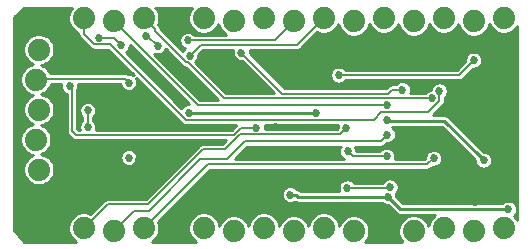
<source format=gbr>
%TF.GenerationSoftware,KiCad,Pcbnew,5.1.10*%
%TF.CreationDate,2021-05-04T23:01:40-04:00*%
%TF.ProjectId,NINA-W102_minimal_breakout,4e494e41-2d57-4313-9032-5f6d696e696d,0.5*%
%TF.SameCoordinates,Original*%
%TF.FileFunction,Copper,L2,Bot*%
%TF.FilePolarity,Positive*%
%FSLAX46Y46*%
G04 Gerber Fmt 4.6, Leading zero omitted, Abs format (unit mm)*
G04 Created by KiCad (PCBNEW 5.1.10) date 2021-05-04 23:01:40*
%MOMM*%
%LPD*%
G01*
G04 APERTURE LIST*
%TA.AperFunction,ComponentPad*%
%ADD10C,1.879600*%
%TD*%
%TA.AperFunction,ViaPad*%
%ADD11C,0.685800*%
%TD*%
%TA.AperFunction,Conductor*%
%ADD12C,0.254000*%
%TD*%
%TA.AperFunction,Conductor*%
%ADD13C,0.152400*%
%TD*%
%TA.AperFunction,Conductor*%
%ADD14C,0.100000*%
%TD*%
G04 APERTURE END LIST*
D10*
%TO.P,J3,DTR*%
%TO.N,DTR*%
X106680000Y-100076000D03*
%TO.P,J3,TXO*%
%TO.N,TXD*%
X106430000Y-102616000D03*
%TO.P,J3,RXI*%
%TO.N,RXD*%
X106680000Y-105156000D03*
%TO.P,J3,VCC*%
%TO.N,+3V3*%
X106430000Y-107696000D03*
%TO.P,J3,CTS*%
%TO.N,CTS*%
X106680000Y-110236000D03*
%TO.P,J3,GND*%
%TO.N,GND*%
X106430000Y-112776000D03*
%TD*%
%TO.P,J2,1*%
%TO.N,Net-(J2-Pad1)*%
X110490000Y-97409000D03*
%TO.P,J2,2*%
%TO.N,CTS*%
X113030000Y-97663000D03*
%TO.P,J2,3*%
%TO.N,Net-(J2-Pad3)*%
X115570000Y-97409000D03*
%TO.P,J2,4*%
%TO.N,GND*%
X118110000Y-97663000D03*
%TO.P,J2,5*%
%TO.N,Net-(J2-Pad5)*%
X120650000Y-97409000D03*
%TO.P,J2,6*%
%TO.N,Net-(J2-Pad6)*%
X123190000Y-97663000D03*
%TO.P,J2,7*%
%TO.N,Net-(J2-Pad7)*%
X125730000Y-97409000D03*
%TO.P,J2,8*%
%TO.N,RXD*%
X128270000Y-97663000D03*
%TO.P,J2,9*%
%TO.N,TXD*%
X130810000Y-97409000D03*
%TO.P,J2,10*%
%TO.N,Net-(J2-Pad10)*%
X133350000Y-97663000D03*
%TO.P,J2,11*%
%TO.N,Net-(J2-Pad11)*%
X135890000Y-97409000D03*
%TO.P,J2,12*%
%TO.N,DTR*%
X138430000Y-97663000D03*
%TO.P,J2,13*%
%TO.N,Net-(J2-Pad13)*%
X140970000Y-97409000D03*
%TO.P,J2,14*%
%TO.N,Net-(J2-Pad14)*%
X143510000Y-97663000D03*
%TO.P,J2,15*%
%TO.N,Net-(J2-Pad15)*%
X146050000Y-97409000D03*
%TD*%
%TO.P,J1,1*%
%TO.N,Net-(J1-Pad1)*%
X110490000Y-115189000D03*
%TO.P,J1,2*%
%TO.N,Net-(J1-Pad2)*%
X113030000Y-115443000D03*
%TO.P,J1,3*%
%TO.N,Net-(J1-Pad3)*%
X115570000Y-115189000D03*
%TO.P,J1,4*%
%TO.N,GND*%
X118110000Y-115443000D03*
%TO.P,J1,5*%
%TO.N,Net-(J1-Pad5)*%
X120650000Y-115189000D03*
%TO.P,J1,6*%
%TO.N,Net-(J1-Pad6)*%
X123190000Y-115443000D03*
%TO.P,J1,7*%
%TO.N,Net-(J1-Pad7)*%
X125730000Y-115189000D03*
%TO.P,J1,8*%
%TO.N,Net-(J1-Pad8)*%
X128270000Y-115443000D03*
%TO.P,J1,9*%
%TO.N,Net-(J1-Pad9)*%
X130810000Y-115189000D03*
%TO.P,J1,10*%
%TO.N,Net-(J1-Pad10)*%
X133350000Y-115443000D03*
%TO.P,J1,11*%
%TO.N,GND*%
X135890000Y-115189000D03*
%TO.P,J1,12*%
%TO.N,Net-(J1-Pad12)*%
X138430000Y-115443000D03*
%TO.P,J1,13*%
%TO.N,Net-(J1-Pad13)*%
X140970000Y-115189000D03*
%TO.P,J1,14*%
%TO.N,+1V8*%
X143510000Y-115443000D03*
%TO.P,J1,15*%
%TO.N,+3V3*%
X146050000Y-115189000D03*
%TD*%
D11*
%TO.N,*%
X114300000Y-109220000D03*
%TO.N,+3V3*%
X136242745Y-112534656D03*
X127959193Y-112359510D03*
X146445016Y-113580174D03*
%TO.N,GND*%
X129667000Y-101930200D03*
X127050800Y-101981000D03*
X123190000Y-102006400D03*
X141732000Y-109270800D03*
X144881600Y-103962200D03*
X144856200Y-105430000D03*
X131861540Y-108813600D03*
X128295400Y-110871000D03*
X123825000Y-111353600D03*
X109321600Y-98856800D03*
X112420400Y-106578400D03*
X114452400Y-106578400D03*
X116205000Y-111125000D03*
X113665000Y-111288369D03*
X112395000Y-111288369D03*
X108585000Y-114935000D03*
X142341600Y-99593400D03*
X144830800Y-99923600D03*
X143611600Y-112953800D03*
X107594400Y-103784400D03*
X110794800Y-101523800D03*
X126746000Y-106654600D03*
X144780000Y-108102400D03*
X144830800Y-106476800D03*
X124079000Y-108940600D03*
X140385800Y-112445800D03*
X114554000Y-100203000D03*
X118414800Y-101625400D03*
X109397800Y-109194600D03*
X110157864Y-111288369D03*
X114528600Y-105308400D03*
X116738400Y-106578400D03*
X142528598Y-103692297D03*
X136110661Y-103083229D03*
%TO.N,CTS*%
X110829219Y-105211739D03*
X110828705Y-106635679D03*
X136182661Y-104780596D03*
%TO.N,DTR*%
X109296128Y-103157433D03*
X125095000Y-106680000D03*
X132080000Y-102235000D03*
X143510000Y-100965000D03*
%TO.N,Net-(J1-Pad1)*%
X132715000Y-106680000D03*
%TO.N,Net-(J1-Pad2)*%
X136189038Y-107273330D03*
%TO.N,Net-(J1-Pad3)*%
X140131787Y-109268194D03*
%TO.N,Net-(J1-Pad5)*%
X136121794Y-109098467D03*
X132836230Y-108685336D03*
%TO.N,Net-(J1-Pad6)*%
X136415584Y-111714458D03*
X132781099Y-111792621D03*
%TO.N,Net-(J2-Pad1)*%
X140581396Y-103574427D03*
%TO.N,Net-(J2-Pad3)*%
X139967567Y-104208354D03*
%TO.N,Net-(J2-Pad5)*%
X137460221Y-103470702D03*
X123825000Y-100330000D03*
%TO.N,RXD*%
X115761726Y-98909403D03*
X119303128Y-99292195D03*
X116736413Y-99769150D03*
X111760000Y-99060000D03*
X113665000Y-99695000D03*
%TO.N,TXD*%
X119452207Y-100596021D03*
X114300000Y-102870000D03*
%TO.N,+1V8*%
X144340777Y-109436940D03*
X136153972Y-106074777D03*
X130175000Y-105410000D03*
X119380000Y-105410000D03*
%TD*%
D12*
%TO.N,+3V3*%
X136585644Y-112877555D02*
X136242745Y-112534656D01*
X137299473Y-113591384D02*
X136585644Y-112877555D01*
X135757812Y-112534656D02*
X136242745Y-112534656D01*
X128619272Y-112534656D02*
X135757812Y-112534656D01*
X127959193Y-112359510D02*
X128444126Y-112359510D01*
X128444126Y-112359510D02*
X128619272Y-112534656D01*
X146439427Y-113591384D02*
X137299473Y-113591384D01*
D13*
%TO.N,GND*%
X124079000Y-108940600D02*
X131734540Y-108940600D01*
X131734540Y-108940600D02*
X131861540Y-108813600D01*
X123825000Y-111353600D02*
X124307600Y-110871000D01*
X124307600Y-110871000D02*
X128295400Y-110871000D01*
X114452400Y-106578400D02*
X112420400Y-106578400D01*
X116205000Y-111125000D02*
X114935000Y-109855000D01*
X114935000Y-109855000D02*
X114935000Y-109220000D01*
X144830800Y-99923600D02*
X142671800Y-99923600D01*
X142671800Y-99923600D02*
X142341600Y-99593400D01*
X144729200Y-103352600D02*
X144830800Y-103251000D01*
X144830800Y-103251000D02*
X144830800Y-99923600D01*
X143353228Y-103352600D02*
X144729200Y-103352600D01*
X142528598Y-103692297D02*
X143013531Y-103692297D01*
X143013531Y-103692297D02*
X143353228Y-103352600D01*
X142528598Y-103692297D02*
X142871497Y-103349398D01*
X142871497Y-103349398D02*
X144148202Y-103349398D01*
X143459200Y-112445800D02*
X143459200Y-112801400D01*
X143459200Y-112801400D02*
X143611600Y-112953800D01*
X140385800Y-112445800D02*
X143459200Y-112445800D01*
X108432600Y-104368600D02*
X107848400Y-103784400D01*
X107848400Y-103784400D02*
X107594400Y-103784400D01*
X108432600Y-107744467D02*
X108432600Y-104368600D01*
X109397800Y-109194600D02*
X109397800Y-108709667D01*
X109397800Y-108709667D02*
X108432600Y-107744467D01*
X109397800Y-109194600D02*
X109397800Y-108178600D01*
X104978200Y-98552000D02*
X107823000Y-98552000D01*
X107823000Y-98552000D02*
X110794800Y-101523800D01*
X104952800Y-98577400D02*
X104978200Y-98552000D01*
X104952800Y-111298800D02*
X104952800Y-98577400D01*
X106430000Y-112776000D02*
X104952800Y-111298800D01*
X144830800Y-106476800D02*
X144830800Y-108051600D01*
X144830800Y-108051600D02*
X144780000Y-108102400D01*
X109478000Y-109728000D02*
X109478000Y-109274800D01*
X109478000Y-109274800D02*
X109397800Y-109194600D01*
X106430000Y-112776000D02*
X109478000Y-109728000D01*
X116738400Y-106578400D02*
X115468400Y-105308400D01*
X115468400Y-105308400D02*
X114528600Y-105308400D01*
D12*
X136110661Y-103083229D02*
X136453560Y-102740330D01*
X136453560Y-102740330D02*
X141573282Y-102740330D01*
X141573282Y-102740330D02*
X142549373Y-103716421D01*
D13*
%TO.N,CTS*%
X110828705Y-105212253D02*
X110829219Y-105211739D01*
X110828705Y-106635679D02*
X110828705Y-105212253D01*
X120147596Y-104780596D02*
X135697728Y-104780596D01*
X135697728Y-104780596D02*
X136182661Y-104780596D01*
X113030000Y-97663000D02*
X120147596Y-104780596D01*
%TO.N,DTR*%
X125095000Y-106680000D02*
X123825000Y-106680000D01*
X123825000Y-106680000D02*
X123190000Y-107315000D01*
X123190000Y-107315000D02*
X109855000Y-107315000D01*
X109855000Y-107315000D02*
X109492531Y-106952531D01*
X109492531Y-106952531D02*
X109492531Y-103374403D01*
X109492531Y-103374403D02*
X109294968Y-103176840D01*
X143510000Y-100965000D02*
X142240000Y-102235000D01*
X142240000Y-102235000D02*
X132080000Y-102235000D01*
%TO.N,Net-(J1-Pad1)*%
X110490000Y-115189000D02*
X112522000Y-113157000D01*
X112522000Y-113157000D02*
X115951000Y-113157000D01*
X120592977Y-108515023D02*
X122421043Y-108515023D01*
X115951000Y-113157000D02*
X120592977Y-108515023D01*
X122421043Y-108515023D02*
X123684565Y-107251501D01*
X123684565Y-107251501D02*
X132143499Y-107251501D01*
X132143499Y-107251501D02*
X132715000Y-106680000D01*
%TO.N,Net-(J1-Pad2)*%
X135626192Y-107836176D02*
X124142024Y-107836176D01*
X124142024Y-107836176D02*
X122605800Y-109372400D01*
X136189038Y-107273330D02*
X135626192Y-107836176D01*
X122605800Y-109372400D02*
X120345200Y-109372400D01*
X120345200Y-109372400D02*
X116001800Y-113715800D01*
X116001800Y-113715800D02*
X114757200Y-113715800D01*
X114757200Y-113715800D02*
X113030000Y-115443000D01*
%TO.N,Net-(J1-Pad3)*%
X115570000Y-115189000D02*
X120976533Y-109782467D01*
X120976533Y-109782467D02*
X139582802Y-109782467D01*
X139582802Y-109782467D02*
X140109013Y-109256256D01*
%TO.N,Net-(J1-Pad5)*%
X135636861Y-109098467D02*
X136121794Y-109098467D01*
X133318618Y-109098467D02*
X135636861Y-109098467D01*
X132866342Y-108646191D02*
X133318618Y-109098467D01*
%TO.N,Net-(J1-Pad6)*%
X136337421Y-111792621D02*
X136415584Y-111714458D01*
X132781099Y-111792621D02*
X136337421Y-111792621D01*
%TO.N,Net-(J2-Pad1)*%
X139593081Y-105401285D02*
X140581396Y-104412970D01*
X119126000Y-106045000D02*
X135030971Y-106045000D01*
X112712502Y-99631502D02*
X119126000Y-106045000D01*
X111383425Y-99631502D02*
X112712502Y-99631502D01*
X110490000Y-97409000D02*
X110490000Y-98738077D01*
X135030971Y-106045000D02*
X135674686Y-105401285D01*
X140581396Y-104059360D02*
X140581396Y-103574427D01*
X110490000Y-98738077D02*
X111383425Y-99631502D01*
X140581396Y-104412970D02*
X140581396Y-104059360D01*
X135674686Y-105401285D02*
X139593081Y-105401285D01*
%TO.N,Net-(J2-Pad3)*%
X119315365Y-101154365D02*
X122369354Y-104208354D01*
X116509799Y-98485523D02*
X119178641Y-101154365D01*
X139482634Y-104208354D02*
X139967567Y-104208354D01*
X115570000Y-97409000D02*
X116509799Y-98348799D01*
X119178641Y-101154365D02*
X119315365Y-101154365D01*
X122369354Y-104208354D02*
X139482634Y-104208354D01*
X116509799Y-98348799D02*
X116509799Y-98485523D01*
%TO.N,Net-(J2-Pad5)*%
X123825000Y-100330000D02*
X127308601Y-103813601D01*
X127308601Y-103813601D02*
X136263949Y-103813601D01*
X136606848Y-103470702D02*
X137460221Y-103470702D01*
X136263949Y-103813601D02*
X136606848Y-103470702D01*
%TO.N,RXD*%
X115876666Y-98909403D02*
X115761726Y-98909403D01*
X116736413Y-99769150D02*
X115876666Y-98909403D01*
X119788061Y-99292195D02*
X119303128Y-99292195D01*
X128270000Y-97663000D02*
X126640805Y-99292195D01*
X126640805Y-99292195D02*
X119788061Y-99292195D01*
X113665000Y-99695000D02*
X113030000Y-99060000D01*
X113030000Y-99060000D02*
X111760000Y-99060000D01*
%TO.N,TXD*%
X114300000Y-102870000D02*
X113957101Y-102527101D01*
X113957101Y-102527101D02*
X106496729Y-102527101D01*
X106496729Y-102527101D02*
X106417661Y-102606169D01*
X128549395Y-99669605D02*
X120378623Y-99669605D01*
X119795106Y-100253122D02*
X119452207Y-100596021D01*
X130810000Y-97409000D02*
X128549395Y-99669605D01*
X120378623Y-99669605D02*
X119795106Y-100253122D01*
D12*
%TO.N,+1V8*%
X143997878Y-109094041D02*
X144340777Y-109436940D01*
X140993691Y-106089854D02*
X143997878Y-109094041D01*
X136183433Y-106089854D02*
X140993691Y-106089854D01*
X119380000Y-105410000D02*
X130175000Y-105410000D01*
%TD*%
%TO.N,GND*%
X144879522Y-98034634D02*
X145024067Y-98250961D01*
X145208039Y-98434933D01*
X145424366Y-98579478D01*
X145664737Y-98679043D01*
X145919913Y-98729800D01*
X146180087Y-98729800D01*
X146435263Y-98679043D01*
X146675634Y-98579478D01*
X146891961Y-98434933D01*
X147075933Y-98250961D01*
X147193000Y-98075758D01*
X147193000Y-114522242D01*
X147075933Y-114347039D01*
X146891961Y-114163067D01*
X146883801Y-114157615D01*
X146906476Y-114142464D01*
X147007306Y-114041634D01*
X147086528Y-113923069D01*
X147141097Y-113791328D01*
X147168916Y-113651472D01*
X147168916Y-113508876D01*
X147141097Y-113369020D01*
X147086528Y-113237279D01*
X147007306Y-113118714D01*
X146906476Y-113017884D01*
X146787911Y-112938662D01*
X146656170Y-112884093D01*
X146516314Y-112856274D01*
X146373718Y-112856274D01*
X146233862Y-112884093D01*
X146102121Y-112938662D01*
X145983556Y-113017884D01*
X145918056Y-113083384D01*
X137509893Y-113083384D01*
X136966645Y-112540136D01*
X136966645Y-112463358D01*
X136938826Y-112323502D01*
X136907037Y-112246755D01*
X136977874Y-112175918D01*
X137057096Y-112057353D01*
X137111665Y-111925612D01*
X137139484Y-111785756D01*
X137139484Y-111643160D01*
X137111665Y-111503304D01*
X137057096Y-111371563D01*
X136977874Y-111252998D01*
X136877044Y-111152168D01*
X136758479Y-111072946D01*
X136626738Y-111018377D01*
X136486882Y-110990558D01*
X136344286Y-110990558D01*
X136204430Y-111018377D01*
X136072689Y-111072946D01*
X135954124Y-111152168D01*
X135853294Y-111252998D01*
X135798221Y-111335421D01*
X133346235Y-111335421D01*
X133343389Y-111331161D01*
X133242559Y-111230331D01*
X133123994Y-111151109D01*
X132992253Y-111096540D01*
X132852397Y-111068721D01*
X132709801Y-111068721D01*
X132569945Y-111096540D01*
X132438204Y-111151109D01*
X132319639Y-111230331D01*
X132218809Y-111331161D01*
X132139587Y-111449726D01*
X132085018Y-111581467D01*
X132057199Y-111721323D01*
X132057199Y-111863919D01*
X132085018Y-112003775D01*
X132094496Y-112026656D01*
X128829692Y-112026656D01*
X128820982Y-112017946D01*
X128805074Y-111998562D01*
X128727721Y-111935081D01*
X128639469Y-111887909D01*
X128543711Y-111858861D01*
X128475584Y-111852151D01*
X128420653Y-111797220D01*
X128302088Y-111717998D01*
X128170347Y-111663429D01*
X128030491Y-111635610D01*
X127887895Y-111635610D01*
X127748039Y-111663429D01*
X127616298Y-111717998D01*
X127497733Y-111797220D01*
X127396903Y-111898050D01*
X127317681Y-112016615D01*
X127263112Y-112148356D01*
X127235293Y-112288212D01*
X127235293Y-112430808D01*
X127263112Y-112570664D01*
X127317681Y-112702405D01*
X127396903Y-112820970D01*
X127497733Y-112921800D01*
X127616298Y-113001022D01*
X127748039Y-113055591D01*
X127887895Y-113083410D01*
X128030491Y-113083410D01*
X128170347Y-113055591D01*
X128302088Y-113001022D01*
X128351885Y-112967749D01*
X128423929Y-113006257D01*
X128519687Y-113035305D01*
X128594325Y-113042656D01*
X128594328Y-113042656D01*
X128619272Y-113045113D01*
X128644216Y-113042656D01*
X135726995Y-113042656D01*
X135781285Y-113096946D01*
X135899850Y-113176168D01*
X136031591Y-113230737D01*
X136171447Y-113258556D01*
X136248225Y-113258556D01*
X136922618Y-113932949D01*
X136938525Y-113952332D01*
X137015878Y-114015813D01*
X137104130Y-114062985D01*
X137199888Y-114092033D01*
X137274526Y-114099384D01*
X137274529Y-114099384D01*
X137299473Y-114101841D01*
X137324417Y-114099384D01*
X140223347Y-114099384D01*
X140128039Y-114163067D01*
X139944067Y-114347039D01*
X139799522Y-114563366D01*
X139699957Y-114803737D01*
X139665853Y-114975194D01*
X139600478Y-114817366D01*
X139455933Y-114601039D01*
X139271961Y-114417067D01*
X139055634Y-114272522D01*
X138815263Y-114172957D01*
X138560087Y-114122200D01*
X138299913Y-114122200D01*
X138044737Y-114172957D01*
X137804366Y-114272522D01*
X137588039Y-114417067D01*
X137404067Y-114601039D01*
X137259522Y-114817366D01*
X137159957Y-115057737D01*
X137109200Y-115312913D01*
X137109200Y-115573087D01*
X137159957Y-115828263D01*
X137259522Y-116068634D01*
X137404067Y-116284961D01*
X137452306Y-116333200D01*
X134327694Y-116333200D01*
X134375933Y-116284961D01*
X134520478Y-116068634D01*
X134620043Y-115828263D01*
X134670800Y-115573087D01*
X134670800Y-115312913D01*
X134620043Y-115057737D01*
X134520478Y-114817366D01*
X134375933Y-114601039D01*
X134191961Y-114417067D01*
X133975634Y-114272522D01*
X133735263Y-114172957D01*
X133480087Y-114122200D01*
X133219913Y-114122200D01*
X132964737Y-114172957D01*
X132724366Y-114272522D01*
X132508039Y-114417067D01*
X132324067Y-114601039D01*
X132179522Y-114817366D01*
X132114147Y-114975194D01*
X132080043Y-114803737D01*
X131980478Y-114563366D01*
X131835933Y-114347039D01*
X131651961Y-114163067D01*
X131435634Y-114018522D01*
X131195263Y-113918957D01*
X130940087Y-113868200D01*
X130679913Y-113868200D01*
X130424737Y-113918957D01*
X130184366Y-114018522D01*
X129968039Y-114163067D01*
X129784067Y-114347039D01*
X129639522Y-114563366D01*
X129539957Y-114803737D01*
X129505853Y-114975194D01*
X129440478Y-114817366D01*
X129295933Y-114601039D01*
X129111961Y-114417067D01*
X128895634Y-114272522D01*
X128655263Y-114172957D01*
X128400087Y-114122200D01*
X128139913Y-114122200D01*
X127884737Y-114172957D01*
X127644366Y-114272522D01*
X127428039Y-114417067D01*
X127244067Y-114601039D01*
X127099522Y-114817366D01*
X127034147Y-114975194D01*
X127000043Y-114803737D01*
X126900478Y-114563366D01*
X126755933Y-114347039D01*
X126571961Y-114163067D01*
X126355634Y-114018522D01*
X126115263Y-113918957D01*
X125860087Y-113868200D01*
X125599913Y-113868200D01*
X125344737Y-113918957D01*
X125104366Y-114018522D01*
X124888039Y-114163067D01*
X124704067Y-114347039D01*
X124559522Y-114563366D01*
X124459957Y-114803737D01*
X124425853Y-114975194D01*
X124360478Y-114817366D01*
X124215933Y-114601039D01*
X124031961Y-114417067D01*
X123815634Y-114272522D01*
X123575263Y-114172957D01*
X123320087Y-114122200D01*
X123059913Y-114122200D01*
X122804737Y-114172957D01*
X122564366Y-114272522D01*
X122348039Y-114417067D01*
X122164067Y-114601039D01*
X122019522Y-114817366D01*
X121954147Y-114975194D01*
X121920043Y-114803737D01*
X121820478Y-114563366D01*
X121675933Y-114347039D01*
X121491961Y-114163067D01*
X121275634Y-114018522D01*
X121035263Y-113918957D01*
X120780087Y-113868200D01*
X120519913Y-113868200D01*
X120264737Y-113918957D01*
X120024366Y-114018522D01*
X119808039Y-114163067D01*
X119624067Y-114347039D01*
X119479522Y-114563366D01*
X119379957Y-114803737D01*
X119329200Y-115058913D01*
X119329200Y-115319087D01*
X119379957Y-115574263D01*
X119479522Y-115814634D01*
X119624067Y-116030961D01*
X119808039Y-116214933D01*
X119985038Y-116333200D01*
X116234962Y-116333200D01*
X116411961Y-116214933D01*
X116595933Y-116030961D01*
X116740478Y-115814634D01*
X116840043Y-115574263D01*
X116890800Y-115319087D01*
X116890800Y-115058913D01*
X116840043Y-114803737D01*
X116770275Y-114635302D01*
X121165911Y-110239667D01*
X139560352Y-110239667D01*
X139582802Y-110241878D01*
X139605252Y-110239667D01*
X139605262Y-110239667D01*
X139672429Y-110233052D01*
X139758611Y-110206908D01*
X139838038Y-110164454D01*
X139907655Y-110107320D01*
X139921976Y-110089870D01*
X140026511Y-109985335D01*
X140060489Y-109992094D01*
X140203085Y-109992094D01*
X140342941Y-109964275D01*
X140474682Y-109909706D01*
X140593247Y-109830484D01*
X140694077Y-109729654D01*
X140773299Y-109611089D01*
X140827868Y-109479348D01*
X140855687Y-109339492D01*
X140855687Y-109196896D01*
X140827868Y-109057040D01*
X140773299Y-108925299D01*
X140694077Y-108806734D01*
X140593247Y-108705904D01*
X140474682Y-108626682D01*
X140342941Y-108572113D01*
X140203085Y-108544294D01*
X140060489Y-108544294D01*
X139920633Y-108572113D01*
X139788892Y-108626682D01*
X139670327Y-108705904D01*
X139569497Y-108806734D01*
X139490275Y-108925299D01*
X139435706Y-109057040D01*
X139407887Y-109196896D01*
X139407887Y-109310804D01*
X139393424Y-109325267D01*
X136811394Y-109325267D01*
X136817875Y-109309621D01*
X136845694Y-109169765D01*
X136845694Y-109027169D01*
X136817875Y-108887313D01*
X136763306Y-108755572D01*
X136684084Y-108637007D01*
X136583254Y-108536177D01*
X136464689Y-108456955D01*
X136332948Y-108402386D01*
X136193092Y-108374567D01*
X136050496Y-108374567D01*
X135910640Y-108402386D01*
X135778899Y-108456955D01*
X135660334Y-108536177D01*
X135559504Y-108637007D01*
X135556658Y-108641267D01*
X133560130Y-108641267D01*
X133560130Y-108614038D01*
X133532311Y-108474182D01*
X133477742Y-108342441D01*
X133444958Y-108293376D01*
X135603742Y-108293376D01*
X135626192Y-108295587D01*
X135648642Y-108293376D01*
X135648652Y-108293376D01*
X135715819Y-108286761D01*
X135802001Y-108260617D01*
X135881428Y-108218163D01*
X135951045Y-108161029D01*
X135965366Y-108143579D01*
X136112715Y-107996230D01*
X136117740Y-107997230D01*
X136260336Y-107997230D01*
X136400192Y-107969411D01*
X136531933Y-107914842D01*
X136650498Y-107835620D01*
X136751328Y-107734790D01*
X136830550Y-107616225D01*
X136885119Y-107484484D01*
X136912938Y-107344628D01*
X136912938Y-107202032D01*
X136885119Y-107062176D01*
X136830550Y-106930435D01*
X136751328Y-106811870D01*
X136650498Y-106711040D01*
X136577610Y-106662338D01*
X136615432Y-106637067D01*
X136654645Y-106597854D01*
X140783271Y-106597854D01*
X143616877Y-109431461D01*
X143616877Y-109508238D01*
X143644696Y-109648094D01*
X143699265Y-109779835D01*
X143778487Y-109898400D01*
X143879317Y-109999230D01*
X143997882Y-110078452D01*
X144129623Y-110133021D01*
X144269479Y-110160840D01*
X144412075Y-110160840D01*
X144551931Y-110133021D01*
X144683672Y-110078452D01*
X144802237Y-109999230D01*
X144903067Y-109898400D01*
X144982289Y-109779835D01*
X145036858Y-109648094D01*
X145064677Y-109508238D01*
X145064677Y-109365642D01*
X145036858Y-109225786D01*
X144982289Y-109094045D01*
X144903067Y-108975480D01*
X144802237Y-108874650D01*
X144683672Y-108795428D01*
X144551931Y-108740859D01*
X144412075Y-108713040D01*
X144335298Y-108713040D01*
X141370546Y-105748289D01*
X141354639Y-105728906D01*
X141277286Y-105665425D01*
X141189034Y-105618253D01*
X141093276Y-105589205D01*
X141018638Y-105581854D01*
X141018635Y-105581854D01*
X140993691Y-105579397D01*
X140968747Y-105581854D01*
X140059089Y-105581854D01*
X140888805Y-104752139D01*
X140906249Y-104737823D01*
X140948698Y-104686100D01*
X140963383Y-104668207D01*
X140986074Y-104625753D01*
X141005837Y-104588779D01*
X141031981Y-104502597D01*
X141038596Y-104435430D01*
X141038596Y-104435421D01*
X141040807Y-104412971D01*
X141038596Y-104390521D01*
X141038596Y-104139563D01*
X141042856Y-104136717D01*
X141143686Y-104035887D01*
X141222908Y-103917322D01*
X141277477Y-103785581D01*
X141305296Y-103645725D01*
X141305296Y-103503129D01*
X141277477Y-103363273D01*
X141222908Y-103231532D01*
X141143686Y-103112967D01*
X141042856Y-103012137D01*
X140924291Y-102932915D01*
X140792550Y-102878346D01*
X140652694Y-102850527D01*
X140510098Y-102850527D01*
X140370242Y-102878346D01*
X140238501Y-102932915D01*
X140119936Y-103012137D01*
X140019106Y-103112967D01*
X139939884Y-103231532D01*
X139885315Y-103363273D01*
X139859766Y-103491715D01*
X139756413Y-103512273D01*
X139624672Y-103566842D01*
X139506107Y-103646064D01*
X139405277Y-103746894D01*
X139402431Y-103751154D01*
X138127598Y-103751154D01*
X138156302Y-103681856D01*
X138184121Y-103542000D01*
X138184121Y-103399404D01*
X138156302Y-103259548D01*
X138101733Y-103127807D01*
X138022511Y-103009242D01*
X137921681Y-102908412D01*
X137803116Y-102829190D01*
X137671375Y-102774621D01*
X137531519Y-102746802D01*
X137388923Y-102746802D01*
X137249067Y-102774621D01*
X137117326Y-102829190D01*
X136998761Y-102908412D01*
X136897931Y-103009242D01*
X136895085Y-103013502D01*
X136629297Y-103013502D01*
X136606847Y-103011291D01*
X136584397Y-103013502D01*
X136584388Y-103013502D01*
X136517221Y-103020117D01*
X136431039Y-103046261D01*
X136424886Y-103049550D01*
X136351611Y-103088715D01*
X136308810Y-103123842D01*
X136281995Y-103145849D01*
X136267678Y-103163294D01*
X136074572Y-103356401D01*
X127497979Y-103356401D01*
X126305280Y-102163702D01*
X131356100Y-102163702D01*
X131356100Y-102306298D01*
X131383919Y-102446154D01*
X131438488Y-102577895D01*
X131517710Y-102696460D01*
X131618540Y-102797290D01*
X131737105Y-102876512D01*
X131868846Y-102931081D01*
X132008702Y-102958900D01*
X132151298Y-102958900D01*
X132291154Y-102931081D01*
X132422895Y-102876512D01*
X132541460Y-102797290D01*
X132642290Y-102696460D01*
X132645136Y-102692200D01*
X142217550Y-102692200D01*
X142240000Y-102694411D01*
X142262450Y-102692200D01*
X142262460Y-102692200D01*
X142329627Y-102685585D01*
X142415809Y-102659441D01*
X142495236Y-102616987D01*
X142564853Y-102559853D01*
X142579174Y-102542403D01*
X143433677Y-101687901D01*
X143438702Y-101688900D01*
X143581298Y-101688900D01*
X143721154Y-101661081D01*
X143852895Y-101606512D01*
X143971460Y-101527290D01*
X144072290Y-101426460D01*
X144151512Y-101307895D01*
X144206081Y-101176154D01*
X144233900Y-101036298D01*
X144233900Y-100893702D01*
X144206081Y-100753846D01*
X144151512Y-100622105D01*
X144072290Y-100503540D01*
X143971460Y-100402710D01*
X143852895Y-100323488D01*
X143721154Y-100268919D01*
X143581298Y-100241100D01*
X143438702Y-100241100D01*
X143298846Y-100268919D01*
X143167105Y-100323488D01*
X143048540Y-100402710D01*
X142947710Y-100503540D01*
X142868488Y-100622105D01*
X142813919Y-100753846D01*
X142786100Y-100893702D01*
X142786100Y-101036298D01*
X142787099Y-101041323D01*
X142050623Y-101777800D01*
X132645136Y-101777800D01*
X132642290Y-101773540D01*
X132541460Y-101672710D01*
X132422895Y-101593488D01*
X132291154Y-101538919D01*
X132151298Y-101511100D01*
X132008702Y-101511100D01*
X131868846Y-101538919D01*
X131737105Y-101593488D01*
X131618540Y-101672710D01*
X131517710Y-101773540D01*
X131438488Y-101892105D01*
X131383919Y-102023846D01*
X131356100Y-102163702D01*
X126305280Y-102163702D01*
X124547900Y-100406323D01*
X124548900Y-100401298D01*
X124548900Y-100258702D01*
X124522664Y-100126805D01*
X128526945Y-100126805D01*
X128549395Y-100129016D01*
X128571845Y-100126805D01*
X128571855Y-100126805D01*
X128639022Y-100120190D01*
X128725204Y-100094046D01*
X128804631Y-100051592D01*
X128874248Y-99994458D01*
X128888569Y-99977008D01*
X130256303Y-98609275D01*
X130424737Y-98679043D01*
X130679913Y-98729800D01*
X130940087Y-98729800D01*
X131195263Y-98679043D01*
X131435634Y-98579478D01*
X131651961Y-98434933D01*
X131835933Y-98250961D01*
X131980478Y-98034634D01*
X132045853Y-97876806D01*
X132079957Y-98048263D01*
X132179522Y-98288634D01*
X132324067Y-98504961D01*
X132508039Y-98688933D01*
X132724366Y-98833478D01*
X132964737Y-98933043D01*
X133219913Y-98983800D01*
X133480087Y-98983800D01*
X133735263Y-98933043D01*
X133975634Y-98833478D01*
X134191961Y-98688933D01*
X134375933Y-98504961D01*
X134520478Y-98288634D01*
X134620043Y-98048263D01*
X134654147Y-97876806D01*
X134719522Y-98034634D01*
X134864067Y-98250961D01*
X135048039Y-98434933D01*
X135264366Y-98579478D01*
X135504737Y-98679043D01*
X135759913Y-98729800D01*
X136020087Y-98729800D01*
X136275263Y-98679043D01*
X136515634Y-98579478D01*
X136731961Y-98434933D01*
X136915933Y-98250961D01*
X137060478Y-98034634D01*
X137125853Y-97876806D01*
X137159957Y-98048263D01*
X137259522Y-98288634D01*
X137404067Y-98504961D01*
X137588039Y-98688933D01*
X137804366Y-98833478D01*
X138044737Y-98933043D01*
X138299913Y-98983800D01*
X138560087Y-98983800D01*
X138815263Y-98933043D01*
X139055634Y-98833478D01*
X139271961Y-98688933D01*
X139455933Y-98504961D01*
X139600478Y-98288634D01*
X139700043Y-98048263D01*
X139734147Y-97876806D01*
X139799522Y-98034634D01*
X139944067Y-98250961D01*
X140128039Y-98434933D01*
X140344366Y-98579478D01*
X140584737Y-98679043D01*
X140839913Y-98729800D01*
X141100087Y-98729800D01*
X141355263Y-98679043D01*
X141595634Y-98579478D01*
X141811961Y-98434933D01*
X141995933Y-98250961D01*
X142140478Y-98034634D01*
X142205853Y-97876806D01*
X142239957Y-98048263D01*
X142339522Y-98288634D01*
X142484067Y-98504961D01*
X142668039Y-98688933D01*
X142884366Y-98833478D01*
X143124737Y-98933043D01*
X143379913Y-98983800D01*
X143640087Y-98983800D01*
X143895263Y-98933043D01*
X144135634Y-98833478D01*
X144351961Y-98688933D01*
X144535933Y-98504961D01*
X144680478Y-98288634D01*
X144780043Y-98048263D01*
X144814147Y-97876806D01*
X144879522Y-98034634D01*
%TA.AperFunction,Conductor*%
D14*
G36*
X144879522Y-98034634D02*
G01*
X145024067Y-98250961D01*
X145208039Y-98434933D01*
X145424366Y-98579478D01*
X145664737Y-98679043D01*
X145919913Y-98729800D01*
X146180087Y-98729800D01*
X146435263Y-98679043D01*
X146675634Y-98579478D01*
X146891961Y-98434933D01*
X147075933Y-98250961D01*
X147193000Y-98075758D01*
X147193000Y-114522242D01*
X147075933Y-114347039D01*
X146891961Y-114163067D01*
X146883801Y-114157615D01*
X146906476Y-114142464D01*
X147007306Y-114041634D01*
X147086528Y-113923069D01*
X147141097Y-113791328D01*
X147168916Y-113651472D01*
X147168916Y-113508876D01*
X147141097Y-113369020D01*
X147086528Y-113237279D01*
X147007306Y-113118714D01*
X146906476Y-113017884D01*
X146787911Y-112938662D01*
X146656170Y-112884093D01*
X146516314Y-112856274D01*
X146373718Y-112856274D01*
X146233862Y-112884093D01*
X146102121Y-112938662D01*
X145983556Y-113017884D01*
X145918056Y-113083384D01*
X137509893Y-113083384D01*
X136966645Y-112540136D01*
X136966645Y-112463358D01*
X136938826Y-112323502D01*
X136907037Y-112246755D01*
X136977874Y-112175918D01*
X137057096Y-112057353D01*
X137111665Y-111925612D01*
X137139484Y-111785756D01*
X137139484Y-111643160D01*
X137111665Y-111503304D01*
X137057096Y-111371563D01*
X136977874Y-111252998D01*
X136877044Y-111152168D01*
X136758479Y-111072946D01*
X136626738Y-111018377D01*
X136486882Y-110990558D01*
X136344286Y-110990558D01*
X136204430Y-111018377D01*
X136072689Y-111072946D01*
X135954124Y-111152168D01*
X135853294Y-111252998D01*
X135798221Y-111335421D01*
X133346235Y-111335421D01*
X133343389Y-111331161D01*
X133242559Y-111230331D01*
X133123994Y-111151109D01*
X132992253Y-111096540D01*
X132852397Y-111068721D01*
X132709801Y-111068721D01*
X132569945Y-111096540D01*
X132438204Y-111151109D01*
X132319639Y-111230331D01*
X132218809Y-111331161D01*
X132139587Y-111449726D01*
X132085018Y-111581467D01*
X132057199Y-111721323D01*
X132057199Y-111863919D01*
X132085018Y-112003775D01*
X132094496Y-112026656D01*
X128829692Y-112026656D01*
X128820982Y-112017946D01*
X128805074Y-111998562D01*
X128727721Y-111935081D01*
X128639469Y-111887909D01*
X128543711Y-111858861D01*
X128475584Y-111852151D01*
X128420653Y-111797220D01*
X128302088Y-111717998D01*
X128170347Y-111663429D01*
X128030491Y-111635610D01*
X127887895Y-111635610D01*
X127748039Y-111663429D01*
X127616298Y-111717998D01*
X127497733Y-111797220D01*
X127396903Y-111898050D01*
X127317681Y-112016615D01*
X127263112Y-112148356D01*
X127235293Y-112288212D01*
X127235293Y-112430808D01*
X127263112Y-112570664D01*
X127317681Y-112702405D01*
X127396903Y-112820970D01*
X127497733Y-112921800D01*
X127616298Y-113001022D01*
X127748039Y-113055591D01*
X127887895Y-113083410D01*
X128030491Y-113083410D01*
X128170347Y-113055591D01*
X128302088Y-113001022D01*
X128351885Y-112967749D01*
X128423929Y-113006257D01*
X128519687Y-113035305D01*
X128594325Y-113042656D01*
X128594328Y-113042656D01*
X128619272Y-113045113D01*
X128644216Y-113042656D01*
X135726995Y-113042656D01*
X135781285Y-113096946D01*
X135899850Y-113176168D01*
X136031591Y-113230737D01*
X136171447Y-113258556D01*
X136248225Y-113258556D01*
X136922618Y-113932949D01*
X136938525Y-113952332D01*
X137015878Y-114015813D01*
X137104130Y-114062985D01*
X137199888Y-114092033D01*
X137274526Y-114099384D01*
X137274529Y-114099384D01*
X137299473Y-114101841D01*
X137324417Y-114099384D01*
X140223347Y-114099384D01*
X140128039Y-114163067D01*
X139944067Y-114347039D01*
X139799522Y-114563366D01*
X139699957Y-114803737D01*
X139665853Y-114975194D01*
X139600478Y-114817366D01*
X139455933Y-114601039D01*
X139271961Y-114417067D01*
X139055634Y-114272522D01*
X138815263Y-114172957D01*
X138560087Y-114122200D01*
X138299913Y-114122200D01*
X138044737Y-114172957D01*
X137804366Y-114272522D01*
X137588039Y-114417067D01*
X137404067Y-114601039D01*
X137259522Y-114817366D01*
X137159957Y-115057737D01*
X137109200Y-115312913D01*
X137109200Y-115573087D01*
X137159957Y-115828263D01*
X137259522Y-116068634D01*
X137404067Y-116284961D01*
X137452306Y-116333200D01*
X134327694Y-116333200D01*
X134375933Y-116284961D01*
X134520478Y-116068634D01*
X134620043Y-115828263D01*
X134670800Y-115573087D01*
X134670800Y-115312913D01*
X134620043Y-115057737D01*
X134520478Y-114817366D01*
X134375933Y-114601039D01*
X134191961Y-114417067D01*
X133975634Y-114272522D01*
X133735263Y-114172957D01*
X133480087Y-114122200D01*
X133219913Y-114122200D01*
X132964737Y-114172957D01*
X132724366Y-114272522D01*
X132508039Y-114417067D01*
X132324067Y-114601039D01*
X132179522Y-114817366D01*
X132114147Y-114975194D01*
X132080043Y-114803737D01*
X131980478Y-114563366D01*
X131835933Y-114347039D01*
X131651961Y-114163067D01*
X131435634Y-114018522D01*
X131195263Y-113918957D01*
X130940087Y-113868200D01*
X130679913Y-113868200D01*
X130424737Y-113918957D01*
X130184366Y-114018522D01*
X129968039Y-114163067D01*
X129784067Y-114347039D01*
X129639522Y-114563366D01*
X129539957Y-114803737D01*
X129505853Y-114975194D01*
X129440478Y-114817366D01*
X129295933Y-114601039D01*
X129111961Y-114417067D01*
X128895634Y-114272522D01*
X128655263Y-114172957D01*
X128400087Y-114122200D01*
X128139913Y-114122200D01*
X127884737Y-114172957D01*
X127644366Y-114272522D01*
X127428039Y-114417067D01*
X127244067Y-114601039D01*
X127099522Y-114817366D01*
X127034147Y-114975194D01*
X127000043Y-114803737D01*
X126900478Y-114563366D01*
X126755933Y-114347039D01*
X126571961Y-114163067D01*
X126355634Y-114018522D01*
X126115263Y-113918957D01*
X125860087Y-113868200D01*
X125599913Y-113868200D01*
X125344737Y-113918957D01*
X125104366Y-114018522D01*
X124888039Y-114163067D01*
X124704067Y-114347039D01*
X124559522Y-114563366D01*
X124459957Y-114803737D01*
X124425853Y-114975194D01*
X124360478Y-114817366D01*
X124215933Y-114601039D01*
X124031961Y-114417067D01*
X123815634Y-114272522D01*
X123575263Y-114172957D01*
X123320087Y-114122200D01*
X123059913Y-114122200D01*
X122804737Y-114172957D01*
X122564366Y-114272522D01*
X122348039Y-114417067D01*
X122164067Y-114601039D01*
X122019522Y-114817366D01*
X121954147Y-114975194D01*
X121920043Y-114803737D01*
X121820478Y-114563366D01*
X121675933Y-114347039D01*
X121491961Y-114163067D01*
X121275634Y-114018522D01*
X121035263Y-113918957D01*
X120780087Y-113868200D01*
X120519913Y-113868200D01*
X120264737Y-113918957D01*
X120024366Y-114018522D01*
X119808039Y-114163067D01*
X119624067Y-114347039D01*
X119479522Y-114563366D01*
X119379957Y-114803737D01*
X119329200Y-115058913D01*
X119329200Y-115319087D01*
X119379957Y-115574263D01*
X119479522Y-115814634D01*
X119624067Y-116030961D01*
X119808039Y-116214933D01*
X119985038Y-116333200D01*
X116234962Y-116333200D01*
X116411961Y-116214933D01*
X116595933Y-116030961D01*
X116740478Y-115814634D01*
X116840043Y-115574263D01*
X116890800Y-115319087D01*
X116890800Y-115058913D01*
X116840043Y-114803737D01*
X116770275Y-114635302D01*
X121165911Y-110239667D01*
X139560352Y-110239667D01*
X139582802Y-110241878D01*
X139605252Y-110239667D01*
X139605262Y-110239667D01*
X139672429Y-110233052D01*
X139758611Y-110206908D01*
X139838038Y-110164454D01*
X139907655Y-110107320D01*
X139921976Y-110089870D01*
X140026511Y-109985335D01*
X140060489Y-109992094D01*
X140203085Y-109992094D01*
X140342941Y-109964275D01*
X140474682Y-109909706D01*
X140593247Y-109830484D01*
X140694077Y-109729654D01*
X140773299Y-109611089D01*
X140827868Y-109479348D01*
X140855687Y-109339492D01*
X140855687Y-109196896D01*
X140827868Y-109057040D01*
X140773299Y-108925299D01*
X140694077Y-108806734D01*
X140593247Y-108705904D01*
X140474682Y-108626682D01*
X140342941Y-108572113D01*
X140203085Y-108544294D01*
X140060489Y-108544294D01*
X139920633Y-108572113D01*
X139788892Y-108626682D01*
X139670327Y-108705904D01*
X139569497Y-108806734D01*
X139490275Y-108925299D01*
X139435706Y-109057040D01*
X139407887Y-109196896D01*
X139407887Y-109310804D01*
X139393424Y-109325267D01*
X136811394Y-109325267D01*
X136817875Y-109309621D01*
X136845694Y-109169765D01*
X136845694Y-109027169D01*
X136817875Y-108887313D01*
X136763306Y-108755572D01*
X136684084Y-108637007D01*
X136583254Y-108536177D01*
X136464689Y-108456955D01*
X136332948Y-108402386D01*
X136193092Y-108374567D01*
X136050496Y-108374567D01*
X135910640Y-108402386D01*
X135778899Y-108456955D01*
X135660334Y-108536177D01*
X135559504Y-108637007D01*
X135556658Y-108641267D01*
X133560130Y-108641267D01*
X133560130Y-108614038D01*
X133532311Y-108474182D01*
X133477742Y-108342441D01*
X133444958Y-108293376D01*
X135603742Y-108293376D01*
X135626192Y-108295587D01*
X135648642Y-108293376D01*
X135648652Y-108293376D01*
X135715819Y-108286761D01*
X135802001Y-108260617D01*
X135881428Y-108218163D01*
X135951045Y-108161029D01*
X135965366Y-108143579D01*
X136112715Y-107996230D01*
X136117740Y-107997230D01*
X136260336Y-107997230D01*
X136400192Y-107969411D01*
X136531933Y-107914842D01*
X136650498Y-107835620D01*
X136751328Y-107734790D01*
X136830550Y-107616225D01*
X136885119Y-107484484D01*
X136912938Y-107344628D01*
X136912938Y-107202032D01*
X136885119Y-107062176D01*
X136830550Y-106930435D01*
X136751328Y-106811870D01*
X136650498Y-106711040D01*
X136577610Y-106662338D01*
X136615432Y-106637067D01*
X136654645Y-106597854D01*
X140783271Y-106597854D01*
X143616877Y-109431461D01*
X143616877Y-109508238D01*
X143644696Y-109648094D01*
X143699265Y-109779835D01*
X143778487Y-109898400D01*
X143879317Y-109999230D01*
X143997882Y-110078452D01*
X144129623Y-110133021D01*
X144269479Y-110160840D01*
X144412075Y-110160840D01*
X144551931Y-110133021D01*
X144683672Y-110078452D01*
X144802237Y-109999230D01*
X144903067Y-109898400D01*
X144982289Y-109779835D01*
X145036858Y-109648094D01*
X145064677Y-109508238D01*
X145064677Y-109365642D01*
X145036858Y-109225786D01*
X144982289Y-109094045D01*
X144903067Y-108975480D01*
X144802237Y-108874650D01*
X144683672Y-108795428D01*
X144551931Y-108740859D01*
X144412075Y-108713040D01*
X144335298Y-108713040D01*
X141370546Y-105748289D01*
X141354639Y-105728906D01*
X141277286Y-105665425D01*
X141189034Y-105618253D01*
X141093276Y-105589205D01*
X141018638Y-105581854D01*
X141018635Y-105581854D01*
X140993691Y-105579397D01*
X140968747Y-105581854D01*
X140059089Y-105581854D01*
X140888805Y-104752139D01*
X140906249Y-104737823D01*
X140948698Y-104686100D01*
X140963383Y-104668207D01*
X140986074Y-104625753D01*
X141005837Y-104588779D01*
X141031981Y-104502597D01*
X141038596Y-104435430D01*
X141038596Y-104435421D01*
X141040807Y-104412971D01*
X141038596Y-104390521D01*
X141038596Y-104139563D01*
X141042856Y-104136717D01*
X141143686Y-104035887D01*
X141222908Y-103917322D01*
X141277477Y-103785581D01*
X141305296Y-103645725D01*
X141305296Y-103503129D01*
X141277477Y-103363273D01*
X141222908Y-103231532D01*
X141143686Y-103112967D01*
X141042856Y-103012137D01*
X140924291Y-102932915D01*
X140792550Y-102878346D01*
X140652694Y-102850527D01*
X140510098Y-102850527D01*
X140370242Y-102878346D01*
X140238501Y-102932915D01*
X140119936Y-103012137D01*
X140019106Y-103112967D01*
X139939884Y-103231532D01*
X139885315Y-103363273D01*
X139859766Y-103491715D01*
X139756413Y-103512273D01*
X139624672Y-103566842D01*
X139506107Y-103646064D01*
X139405277Y-103746894D01*
X139402431Y-103751154D01*
X138127598Y-103751154D01*
X138156302Y-103681856D01*
X138184121Y-103542000D01*
X138184121Y-103399404D01*
X138156302Y-103259548D01*
X138101733Y-103127807D01*
X138022511Y-103009242D01*
X137921681Y-102908412D01*
X137803116Y-102829190D01*
X137671375Y-102774621D01*
X137531519Y-102746802D01*
X137388923Y-102746802D01*
X137249067Y-102774621D01*
X137117326Y-102829190D01*
X136998761Y-102908412D01*
X136897931Y-103009242D01*
X136895085Y-103013502D01*
X136629297Y-103013502D01*
X136606847Y-103011291D01*
X136584397Y-103013502D01*
X136584388Y-103013502D01*
X136517221Y-103020117D01*
X136431039Y-103046261D01*
X136424886Y-103049550D01*
X136351611Y-103088715D01*
X136308810Y-103123842D01*
X136281995Y-103145849D01*
X136267678Y-103163294D01*
X136074572Y-103356401D01*
X127497979Y-103356401D01*
X126305280Y-102163702D01*
X131356100Y-102163702D01*
X131356100Y-102306298D01*
X131383919Y-102446154D01*
X131438488Y-102577895D01*
X131517710Y-102696460D01*
X131618540Y-102797290D01*
X131737105Y-102876512D01*
X131868846Y-102931081D01*
X132008702Y-102958900D01*
X132151298Y-102958900D01*
X132291154Y-102931081D01*
X132422895Y-102876512D01*
X132541460Y-102797290D01*
X132642290Y-102696460D01*
X132645136Y-102692200D01*
X142217550Y-102692200D01*
X142240000Y-102694411D01*
X142262450Y-102692200D01*
X142262460Y-102692200D01*
X142329627Y-102685585D01*
X142415809Y-102659441D01*
X142495236Y-102616987D01*
X142564853Y-102559853D01*
X142579174Y-102542403D01*
X143433677Y-101687901D01*
X143438702Y-101688900D01*
X143581298Y-101688900D01*
X143721154Y-101661081D01*
X143852895Y-101606512D01*
X143971460Y-101527290D01*
X144072290Y-101426460D01*
X144151512Y-101307895D01*
X144206081Y-101176154D01*
X144233900Y-101036298D01*
X144233900Y-100893702D01*
X144206081Y-100753846D01*
X144151512Y-100622105D01*
X144072290Y-100503540D01*
X143971460Y-100402710D01*
X143852895Y-100323488D01*
X143721154Y-100268919D01*
X143581298Y-100241100D01*
X143438702Y-100241100D01*
X143298846Y-100268919D01*
X143167105Y-100323488D01*
X143048540Y-100402710D01*
X142947710Y-100503540D01*
X142868488Y-100622105D01*
X142813919Y-100753846D01*
X142786100Y-100893702D01*
X142786100Y-101036298D01*
X142787099Y-101041323D01*
X142050623Y-101777800D01*
X132645136Y-101777800D01*
X132642290Y-101773540D01*
X132541460Y-101672710D01*
X132422895Y-101593488D01*
X132291154Y-101538919D01*
X132151298Y-101511100D01*
X132008702Y-101511100D01*
X131868846Y-101538919D01*
X131737105Y-101593488D01*
X131618540Y-101672710D01*
X131517710Y-101773540D01*
X131438488Y-101892105D01*
X131383919Y-102023846D01*
X131356100Y-102163702D01*
X126305280Y-102163702D01*
X124547900Y-100406323D01*
X124548900Y-100401298D01*
X124548900Y-100258702D01*
X124522664Y-100126805D01*
X128526945Y-100126805D01*
X128549395Y-100129016D01*
X128571845Y-100126805D01*
X128571855Y-100126805D01*
X128639022Y-100120190D01*
X128725204Y-100094046D01*
X128804631Y-100051592D01*
X128874248Y-99994458D01*
X128888569Y-99977008D01*
X130256303Y-98609275D01*
X130424737Y-98679043D01*
X130679913Y-98729800D01*
X130940087Y-98729800D01*
X131195263Y-98679043D01*
X131435634Y-98579478D01*
X131651961Y-98434933D01*
X131835933Y-98250961D01*
X131980478Y-98034634D01*
X132045853Y-97876806D01*
X132079957Y-98048263D01*
X132179522Y-98288634D01*
X132324067Y-98504961D01*
X132508039Y-98688933D01*
X132724366Y-98833478D01*
X132964737Y-98933043D01*
X133219913Y-98983800D01*
X133480087Y-98983800D01*
X133735263Y-98933043D01*
X133975634Y-98833478D01*
X134191961Y-98688933D01*
X134375933Y-98504961D01*
X134520478Y-98288634D01*
X134620043Y-98048263D01*
X134654147Y-97876806D01*
X134719522Y-98034634D01*
X134864067Y-98250961D01*
X135048039Y-98434933D01*
X135264366Y-98579478D01*
X135504737Y-98679043D01*
X135759913Y-98729800D01*
X136020087Y-98729800D01*
X136275263Y-98679043D01*
X136515634Y-98579478D01*
X136731961Y-98434933D01*
X136915933Y-98250961D01*
X137060478Y-98034634D01*
X137125853Y-97876806D01*
X137159957Y-98048263D01*
X137259522Y-98288634D01*
X137404067Y-98504961D01*
X137588039Y-98688933D01*
X137804366Y-98833478D01*
X138044737Y-98933043D01*
X138299913Y-98983800D01*
X138560087Y-98983800D01*
X138815263Y-98933043D01*
X139055634Y-98833478D01*
X139271961Y-98688933D01*
X139455933Y-98504961D01*
X139600478Y-98288634D01*
X139700043Y-98048263D01*
X139734147Y-97876806D01*
X139799522Y-98034634D01*
X139944067Y-98250961D01*
X140128039Y-98434933D01*
X140344366Y-98579478D01*
X140584737Y-98679043D01*
X140839913Y-98729800D01*
X141100087Y-98729800D01*
X141355263Y-98679043D01*
X141595634Y-98579478D01*
X141811961Y-98434933D01*
X141995933Y-98250961D01*
X142140478Y-98034634D01*
X142205853Y-97876806D01*
X142239957Y-98048263D01*
X142339522Y-98288634D01*
X142484067Y-98504961D01*
X142668039Y-98688933D01*
X142884366Y-98833478D01*
X143124737Y-98933043D01*
X143379913Y-98983800D01*
X143640087Y-98983800D01*
X143895263Y-98933043D01*
X144135634Y-98833478D01*
X144351961Y-98688933D01*
X144535933Y-98504961D01*
X144680478Y-98288634D01*
X144780043Y-98048263D01*
X144814147Y-97876806D01*
X144879522Y-98034634D01*
G37*
%TD.AperFunction*%
D12*
X109464067Y-96567039D02*
X109319522Y-96783366D01*
X109219957Y-97023737D01*
X109169200Y-97278913D01*
X109169200Y-97539087D01*
X109219957Y-97794263D01*
X109319522Y-98034634D01*
X109464067Y-98250961D01*
X109648039Y-98434933D01*
X109864366Y-98579478D01*
X110032801Y-98649246D01*
X110032801Y-98715618D01*
X110030589Y-98738077D01*
X110032801Y-98760537D01*
X110039416Y-98827704D01*
X110056552Y-98884191D01*
X110065560Y-98913886D01*
X110108013Y-98993312D01*
X110143835Y-99036960D01*
X110165148Y-99062930D01*
X110182592Y-99077246D01*
X111044260Y-99938916D01*
X111058572Y-99956355D01*
X111076011Y-99970667D01*
X111076017Y-99970673D01*
X111128189Y-100013489D01*
X111207615Y-100055943D01*
X111227674Y-100062028D01*
X111293798Y-100082087D01*
X111360965Y-100088702D01*
X111360975Y-100088702D01*
X111383425Y-100090913D01*
X111405875Y-100088702D01*
X112523125Y-100088702D01*
X114703215Y-102268792D01*
X114642895Y-102228488D01*
X114511154Y-102173919D01*
X114371298Y-102146100D01*
X114228702Y-102146100D01*
X114216497Y-102148528D01*
X114212337Y-102145114D01*
X114132910Y-102102660D01*
X114046728Y-102076516D01*
X113979561Y-102069901D01*
X113979551Y-102069901D01*
X113957101Y-102067690D01*
X113934651Y-102069901D01*
X107633422Y-102069901D01*
X107600478Y-101990366D01*
X107455933Y-101774039D01*
X107271961Y-101590067D01*
X107055634Y-101445522D01*
X106896508Y-101379610D01*
X107065263Y-101346043D01*
X107305634Y-101246478D01*
X107521961Y-101101933D01*
X107705933Y-100917961D01*
X107850478Y-100701634D01*
X107950043Y-100461263D01*
X108000800Y-100206087D01*
X108000800Y-99945913D01*
X107950043Y-99690737D01*
X107850478Y-99450366D01*
X107705933Y-99234039D01*
X107521961Y-99050067D01*
X107305634Y-98905522D01*
X107065263Y-98805957D01*
X106810087Y-98755200D01*
X106549913Y-98755200D01*
X106294737Y-98805957D01*
X106054366Y-98905522D01*
X105838039Y-99050067D01*
X105654067Y-99234039D01*
X105509522Y-99450366D01*
X105409957Y-99690737D01*
X105359200Y-99945913D01*
X105359200Y-100206087D01*
X105409957Y-100461263D01*
X105509522Y-100701634D01*
X105654067Y-100917961D01*
X105838039Y-101101933D01*
X106054366Y-101246478D01*
X106213492Y-101312390D01*
X106044737Y-101345957D01*
X105804366Y-101445522D01*
X105588039Y-101590067D01*
X105404067Y-101774039D01*
X105259522Y-101990366D01*
X105159957Y-102230737D01*
X105109200Y-102485913D01*
X105109200Y-102746087D01*
X105159957Y-103001263D01*
X105259522Y-103241634D01*
X105404067Y-103457961D01*
X105588039Y-103641933D01*
X105804366Y-103786478D01*
X106044737Y-103886043D01*
X106213492Y-103919610D01*
X106054366Y-103985522D01*
X105838039Y-104130067D01*
X105654067Y-104314039D01*
X105509522Y-104530366D01*
X105409957Y-104770737D01*
X105359200Y-105025913D01*
X105359200Y-105286087D01*
X105409957Y-105541263D01*
X105509522Y-105781634D01*
X105654067Y-105997961D01*
X105838039Y-106181933D01*
X106054366Y-106326478D01*
X106213492Y-106392390D01*
X106044737Y-106425957D01*
X105804366Y-106525522D01*
X105588039Y-106670067D01*
X105404067Y-106854039D01*
X105259522Y-107070366D01*
X105159957Y-107310737D01*
X105109200Y-107565913D01*
X105109200Y-107826087D01*
X105159957Y-108081263D01*
X105259522Y-108321634D01*
X105404067Y-108537961D01*
X105588039Y-108721933D01*
X105804366Y-108866478D01*
X106044737Y-108966043D01*
X106213492Y-108999610D01*
X106054366Y-109065522D01*
X105838039Y-109210067D01*
X105654067Y-109394039D01*
X105509522Y-109610366D01*
X105409957Y-109850737D01*
X105359200Y-110105913D01*
X105359200Y-110366087D01*
X105409957Y-110621263D01*
X105509522Y-110861634D01*
X105654067Y-111077961D01*
X105838039Y-111261933D01*
X106054366Y-111406478D01*
X106294737Y-111506043D01*
X106549913Y-111556800D01*
X106810087Y-111556800D01*
X107065263Y-111506043D01*
X107305634Y-111406478D01*
X107521961Y-111261933D01*
X107705933Y-111077961D01*
X107850478Y-110861634D01*
X107950043Y-110621263D01*
X108000800Y-110366087D01*
X108000800Y-110105913D01*
X107950043Y-109850737D01*
X107850478Y-109610366D01*
X107705933Y-109394039D01*
X107521961Y-109210067D01*
X107430122Y-109148702D01*
X113576100Y-109148702D01*
X113576100Y-109291298D01*
X113603919Y-109431154D01*
X113658488Y-109562895D01*
X113737710Y-109681460D01*
X113838540Y-109782290D01*
X113957105Y-109861512D01*
X114088846Y-109916081D01*
X114228702Y-109943900D01*
X114371298Y-109943900D01*
X114511154Y-109916081D01*
X114642895Y-109861512D01*
X114761460Y-109782290D01*
X114862290Y-109681460D01*
X114941512Y-109562895D01*
X114996081Y-109431154D01*
X115023900Y-109291298D01*
X115023900Y-109148702D01*
X114996081Y-109008846D01*
X114941512Y-108877105D01*
X114862290Y-108758540D01*
X114761460Y-108657710D01*
X114642895Y-108578488D01*
X114511154Y-108523919D01*
X114371298Y-108496100D01*
X114228702Y-108496100D01*
X114088846Y-108523919D01*
X113957105Y-108578488D01*
X113838540Y-108657710D01*
X113737710Y-108758540D01*
X113658488Y-108877105D01*
X113603919Y-109008846D01*
X113576100Y-109148702D01*
X107430122Y-109148702D01*
X107305634Y-109065522D01*
X107065263Y-108965957D01*
X106896508Y-108932390D01*
X107055634Y-108866478D01*
X107271961Y-108721933D01*
X107455933Y-108537961D01*
X107600478Y-108321634D01*
X107700043Y-108081263D01*
X107750800Y-107826087D01*
X107750800Y-107565913D01*
X107700043Y-107310737D01*
X107600478Y-107070366D01*
X107455933Y-106854039D01*
X107271961Y-106670067D01*
X107055634Y-106525522D01*
X106896508Y-106459610D01*
X107065263Y-106426043D01*
X107305634Y-106326478D01*
X107521961Y-106181933D01*
X107705933Y-105997961D01*
X107850478Y-105781634D01*
X107950043Y-105541263D01*
X108000800Y-105286087D01*
X108000800Y-105025913D01*
X107950043Y-104770737D01*
X107850478Y-104530366D01*
X107705933Y-104314039D01*
X107521961Y-104130067D01*
X107305634Y-103985522D01*
X107065263Y-103885957D01*
X106896508Y-103852390D01*
X107055634Y-103786478D01*
X107271961Y-103641933D01*
X107455933Y-103457961D01*
X107600478Y-103241634D01*
X107700043Y-103001263D01*
X107703417Y-102984301D01*
X108592484Y-102984301D01*
X108572228Y-103086135D01*
X108572228Y-103228731D01*
X108600047Y-103368587D01*
X108654616Y-103500328D01*
X108733838Y-103618893D01*
X108834668Y-103719723D01*
X108953233Y-103798945D01*
X109035332Y-103832952D01*
X109035331Y-106930081D01*
X109033120Y-106952531D01*
X109035331Y-106974981D01*
X109035331Y-106974990D01*
X109041946Y-107042157D01*
X109068090Y-107128339D01*
X109110544Y-107207766D01*
X109167678Y-107277384D01*
X109185127Y-107291705D01*
X109515834Y-107622413D01*
X109530147Y-107639853D01*
X109547586Y-107654165D01*
X109547592Y-107654171D01*
X109599764Y-107696987D01*
X109679190Y-107739441D01*
X109702625Y-107746550D01*
X109765373Y-107765585D01*
X109832540Y-107772200D01*
X109832548Y-107772200D01*
X109855000Y-107774411D01*
X109877452Y-107772200D01*
X122517289Y-107772200D01*
X122231666Y-108057823D01*
X120615427Y-108057823D01*
X120592977Y-108055612D01*
X120570527Y-108057823D01*
X120570517Y-108057823D01*
X120503350Y-108064438D01*
X120417168Y-108090582D01*
X120337741Y-108133036D01*
X120268124Y-108190170D01*
X120253807Y-108207615D01*
X115761623Y-112699800D01*
X112544450Y-112699800D01*
X112522000Y-112697589D01*
X112499550Y-112699800D01*
X112499540Y-112699800D01*
X112432373Y-112706415D01*
X112346191Y-112732559D01*
X112266764Y-112775013D01*
X112197147Y-112832147D01*
X112182830Y-112849592D01*
X111043698Y-113988725D01*
X110875263Y-113918957D01*
X110620087Y-113868200D01*
X110359913Y-113868200D01*
X110104737Y-113918957D01*
X109864366Y-114018522D01*
X109648039Y-114163067D01*
X109464067Y-114347039D01*
X109319522Y-114563366D01*
X109219957Y-114803737D01*
X109169200Y-115058913D01*
X109169200Y-115319087D01*
X109219957Y-115574263D01*
X109319522Y-115814634D01*
X109464067Y-116030961D01*
X109648039Y-116214933D01*
X109825038Y-116333200D01*
X105438722Y-116333200D01*
X104596000Y-115372890D01*
X104596000Y-97321631D01*
X105417946Y-96518800D01*
X109512306Y-96518800D01*
X109464067Y-96567039D01*
%TA.AperFunction,Conductor*%
D14*
G36*
X109464067Y-96567039D02*
G01*
X109319522Y-96783366D01*
X109219957Y-97023737D01*
X109169200Y-97278913D01*
X109169200Y-97539087D01*
X109219957Y-97794263D01*
X109319522Y-98034634D01*
X109464067Y-98250961D01*
X109648039Y-98434933D01*
X109864366Y-98579478D01*
X110032801Y-98649246D01*
X110032801Y-98715618D01*
X110030589Y-98738077D01*
X110032801Y-98760537D01*
X110039416Y-98827704D01*
X110056552Y-98884191D01*
X110065560Y-98913886D01*
X110108013Y-98993312D01*
X110143835Y-99036960D01*
X110165148Y-99062930D01*
X110182592Y-99077246D01*
X111044260Y-99938916D01*
X111058572Y-99956355D01*
X111076011Y-99970667D01*
X111076017Y-99970673D01*
X111128189Y-100013489D01*
X111207615Y-100055943D01*
X111227674Y-100062028D01*
X111293798Y-100082087D01*
X111360965Y-100088702D01*
X111360975Y-100088702D01*
X111383425Y-100090913D01*
X111405875Y-100088702D01*
X112523125Y-100088702D01*
X114703215Y-102268792D01*
X114642895Y-102228488D01*
X114511154Y-102173919D01*
X114371298Y-102146100D01*
X114228702Y-102146100D01*
X114216497Y-102148528D01*
X114212337Y-102145114D01*
X114132910Y-102102660D01*
X114046728Y-102076516D01*
X113979561Y-102069901D01*
X113979551Y-102069901D01*
X113957101Y-102067690D01*
X113934651Y-102069901D01*
X107633422Y-102069901D01*
X107600478Y-101990366D01*
X107455933Y-101774039D01*
X107271961Y-101590067D01*
X107055634Y-101445522D01*
X106896508Y-101379610D01*
X107065263Y-101346043D01*
X107305634Y-101246478D01*
X107521961Y-101101933D01*
X107705933Y-100917961D01*
X107850478Y-100701634D01*
X107950043Y-100461263D01*
X108000800Y-100206087D01*
X108000800Y-99945913D01*
X107950043Y-99690737D01*
X107850478Y-99450366D01*
X107705933Y-99234039D01*
X107521961Y-99050067D01*
X107305634Y-98905522D01*
X107065263Y-98805957D01*
X106810087Y-98755200D01*
X106549913Y-98755200D01*
X106294737Y-98805957D01*
X106054366Y-98905522D01*
X105838039Y-99050067D01*
X105654067Y-99234039D01*
X105509522Y-99450366D01*
X105409957Y-99690737D01*
X105359200Y-99945913D01*
X105359200Y-100206087D01*
X105409957Y-100461263D01*
X105509522Y-100701634D01*
X105654067Y-100917961D01*
X105838039Y-101101933D01*
X106054366Y-101246478D01*
X106213492Y-101312390D01*
X106044737Y-101345957D01*
X105804366Y-101445522D01*
X105588039Y-101590067D01*
X105404067Y-101774039D01*
X105259522Y-101990366D01*
X105159957Y-102230737D01*
X105109200Y-102485913D01*
X105109200Y-102746087D01*
X105159957Y-103001263D01*
X105259522Y-103241634D01*
X105404067Y-103457961D01*
X105588039Y-103641933D01*
X105804366Y-103786478D01*
X106044737Y-103886043D01*
X106213492Y-103919610D01*
X106054366Y-103985522D01*
X105838039Y-104130067D01*
X105654067Y-104314039D01*
X105509522Y-104530366D01*
X105409957Y-104770737D01*
X105359200Y-105025913D01*
X105359200Y-105286087D01*
X105409957Y-105541263D01*
X105509522Y-105781634D01*
X105654067Y-105997961D01*
X105838039Y-106181933D01*
X106054366Y-106326478D01*
X106213492Y-106392390D01*
X106044737Y-106425957D01*
X105804366Y-106525522D01*
X105588039Y-106670067D01*
X105404067Y-106854039D01*
X105259522Y-107070366D01*
X105159957Y-107310737D01*
X105109200Y-107565913D01*
X105109200Y-107826087D01*
X105159957Y-108081263D01*
X105259522Y-108321634D01*
X105404067Y-108537961D01*
X105588039Y-108721933D01*
X105804366Y-108866478D01*
X106044737Y-108966043D01*
X106213492Y-108999610D01*
X106054366Y-109065522D01*
X105838039Y-109210067D01*
X105654067Y-109394039D01*
X105509522Y-109610366D01*
X105409957Y-109850737D01*
X105359200Y-110105913D01*
X105359200Y-110366087D01*
X105409957Y-110621263D01*
X105509522Y-110861634D01*
X105654067Y-111077961D01*
X105838039Y-111261933D01*
X106054366Y-111406478D01*
X106294737Y-111506043D01*
X106549913Y-111556800D01*
X106810087Y-111556800D01*
X107065263Y-111506043D01*
X107305634Y-111406478D01*
X107521961Y-111261933D01*
X107705933Y-111077961D01*
X107850478Y-110861634D01*
X107950043Y-110621263D01*
X108000800Y-110366087D01*
X108000800Y-110105913D01*
X107950043Y-109850737D01*
X107850478Y-109610366D01*
X107705933Y-109394039D01*
X107521961Y-109210067D01*
X107430122Y-109148702D01*
X113576100Y-109148702D01*
X113576100Y-109291298D01*
X113603919Y-109431154D01*
X113658488Y-109562895D01*
X113737710Y-109681460D01*
X113838540Y-109782290D01*
X113957105Y-109861512D01*
X114088846Y-109916081D01*
X114228702Y-109943900D01*
X114371298Y-109943900D01*
X114511154Y-109916081D01*
X114642895Y-109861512D01*
X114761460Y-109782290D01*
X114862290Y-109681460D01*
X114941512Y-109562895D01*
X114996081Y-109431154D01*
X115023900Y-109291298D01*
X115023900Y-109148702D01*
X114996081Y-109008846D01*
X114941512Y-108877105D01*
X114862290Y-108758540D01*
X114761460Y-108657710D01*
X114642895Y-108578488D01*
X114511154Y-108523919D01*
X114371298Y-108496100D01*
X114228702Y-108496100D01*
X114088846Y-108523919D01*
X113957105Y-108578488D01*
X113838540Y-108657710D01*
X113737710Y-108758540D01*
X113658488Y-108877105D01*
X113603919Y-109008846D01*
X113576100Y-109148702D01*
X107430122Y-109148702D01*
X107305634Y-109065522D01*
X107065263Y-108965957D01*
X106896508Y-108932390D01*
X107055634Y-108866478D01*
X107271961Y-108721933D01*
X107455933Y-108537961D01*
X107600478Y-108321634D01*
X107700043Y-108081263D01*
X107750800Y-107826087D01*
X107750800Y-107565913D01*
X107700043Y-107310737D01*
X107600478Y-107070366D01*
X107455933Y-106854039D01*
X107271961Y-106670067D01*
X107055634Y-106525522D01*
X106896508Y-106459610D01*
X107065263Y-106426043D01*
X107305634Y-106326478D01*
X107521961Y-106181933D01*
X107705933Y-105997961D01*
X107850478Y-105781634D01*
X107950043Y-105541263D01*
X108000800Y-105286087D01*
X108000800Y-105025913D01*
X107950043Y-104770737D01*
X107850478Y-104530366D01*
X107705933Y-104314039D01*
X107521961Y-104130067D01*
X107305634Y-103985522D01*
X107065263Y-103885957D01*
X106896508Y-103852390D01*
X107055634Y-103786478D01*
X107271961Y-103641933D01*
X107455933Y-103457961D01*
X107600478Y-103241634D01*
X107700043Y-103001263D01*
X107703417Y-102984301D01*
X108592484Y-102984301D01*
X108572228Y-103086135D01*
X108572228Y-103228731D01*
X108600047Y-103368587D01*
X108654616Y-103500328D01*
X108733838Y-103618893D01*
X108834668Y-103719723D01*
X108953233Y-103798945D01*
X109035332Y-103832952D01*
X109035331Y-106930081D01*
X109033120Y-106952531D01*
X109035331Y-106974981D01*
X109035331Y-106974990D01*
X109041946Y-107042157D01*
X109068090Y-107128339D01*
X109110544Y-107207766D01*
X109167678Y-107277384D01*
X109185127Y-107291705D01*
X109515834Y-107622413D01*
X109530147Y-107639853D01*
X109547586Y-107654165D01*
X109547592Y-107654171D01*
X109599764Y-107696987D01*
X109679190Y-107739441D01*
X109702625Y-107746550D01*
X109765373Y-107765585D01*
X109832540Y-107772200D01*
X109832548Y-107772200D01*
X109855000Y-107774411D01*
X109877452Y-107772200D01*
X122517289Y-107772200D01*
X122231666Y-108057823D01*
X120615427Y-108057823D01*
X120592977Y-108055612D01*
X120570527Y-108057823D01*
X120570517Y-108057823D01*
X120503350Y-108064438D01*
X120417168Y-108090582D01*
X120337741Y-108133036D01*
X120268124Y-108190170D01*
X120253807Y-108207615D01*
X115761623Y-112699800D01*
X112544450Y-112699800D01*
X112522000Y-112697589D01*
X112499550Y-112699800D01*
X112499540Y-112699800D01*
X112432373Y-112706415D01*
X112346191Y-112732559D01*
X112266764Y-112775013D01*
X112197147Y-112832147D01*
X112182830Y-112849592D01*
X111043698Y-113988725D01*
X110875263Y-113918957D01*
X110620087Y-113868200D01*
X110359913Y-113868200D01*
X110104737Y-113918957D01*
X109864366Y-114018522D01*
X109648039Y-114163067D01*
X109464067Y-114347039D01*
X109319522Y-114563366D01*
X109219957Y-114803737D01*
X109169200Y-115058913D01*
X109169200Y-115319087D01*
X109219957Y-115574263D01*
X109319522Y-115814634D01*
X109464067Y-116030961D01*
X109648039Y-116214933D01*
X109825038Y-116333200D01*
X105438722Y-116333200D01*
X104596000Y-115372890D01*
X104596000Y-97321631D01*
X105417946Y-96518800D01*
X109512306Y-96518800D01*
X109464067Y-96567039D01*
G37*
%TD.AperFunction*%
D12*
X132194718Y-108342441D02*
X132140149Y-108474182D01*
X132112330Y-108614038D01*
X132112330Y-108756634D01*
X132140149Y-108896490D01*
X132194718Y-109028231D01*
X132273940Y-109146796D01*
X132374770Y-109247626D01*
X132490969Y-109325267D01*
X123299510Y-109325267D01*
X124331402Y-108293376D01*
X132227502Y-108293376D01*
X132194718Y-108342441D01*
%TA.AperFunction,Conductor*%
D14*
G36*
X132194718Y-108342441D02*
G01*
X132140149Y-108474182D01*
X132112330Y-108614038D01*
X132112330Y-108756634D01*
X132140149Y-108896490D01*
X132194718Y-109028231D01*
X132273940Y-109146796D01*
X132374770Y-109247626D01*
X132490969Y-109325267D01*
X123299510Y-109325267D01*
X124331402Y-108293376D01*
X132227502Y-108293376D01*
X132194718Y-108342441D01*
G37*
%TD.AperFunction*%
D12*
X118786830Y-106352408D02*
X118801147Y-106369853D01*
X118870764Y-106426987D01*
X118950191Y-106469441D01*
X119036373Y-106495585D01*
X119103540Y-106502200D01*
X119103550Y-106502200D01*
X119126000Y-106504411D01*
X119148450Y-106502200D01*
X123356221Y-106502200D01*
X123000623Y-106857800D01*
X111520243Y-106857800D01*
X111524786Y-106846833D01*
X111552605Y-106706977D01*
X111552605Y-106564381D01*
X111524786Y-106424525D01*
X111470217Y-106292784D01*
X111390995Y-106174219D01*
X111290165Y-106073389D01*
X111285905Y-106070543D01*
X111285905Y-105777219D01*
X111290679Y-105774029D01*
X111391509Y-105673199D01*
X111470731Y-105554634D01*
X111525300Y-105422893D01*
X111553119Y-105283037D01*
X111553119Y-105140441D01*
X111525300Y-105000585D01*
X111470731Y-104868844D01*
X111391509Y-104750279D01*
X111290679Y-104649449D01*
X111172114Y-104570227D01*
X111040373Y-104515658D01*
X110900517Y-104487839D01*
X110757921Y-104487839D01*
X110618065Y-104515658D01*
X110486324Y-104570227D01*
X110367759Y-104649449D01*
X110266929Y-104750279D01*
X110187707Y-104868844D01*
X110133138Y-105000585D01*
X110105319Y-105140441D01*
X110105319Y-105283037D01*
X110133138Y-105422893D01*
X110187707Y-105554634D01*
X110266929Y-105673199D01*
X110367759Y-105774029D01*
X110371506Y-105776532D01*
X110371505Y-106070542D01*
X110367245Y-106073389D01*
X110266415Y-106174219D01*
X110187193Y-106292784D01*
X110132624Y-106424525D01*
X110104805Y-106564381D01*
X110104805Y-106706977D01*
X110132624Y-106846833D01*
X110137167Y-106857800D01*
X110044378Y-106857800D01*
X109949731Y-106763153D01*
X109949731Y-103471138D01*
X109992209Y-103368587D01*
X110020028Y-103228731D01*
X110020028Y-103086135D01*
X109999772Y-102984301D01*
X113584654Y-102984301D01*
X113603919Y-103081154D01*
X113658488Y-103212895D01*
X113737710Y-103331460D01*
X113838540Y-103432290D01*
X113957105Y-103511512D01*
X114088846Y-103566081D01*
X114228702Y-103593900D01*
X114371298Y-103593900D01*
X114511154Y-103566081D01*
X114642895Y-103511512D01*
X114761460Y-103432290D01*
X114862290Y-103331460D01*
X114941512Y-103212895D01*
X114996081Y-103081154D01*
X115023900Y-102941298D01*
X115023900Y-102798702D01*
X114996081Y-102658846D01*
X114941512Y-102527105D01*
X114901208Y-102466785D01*
X118786830Y-106352408D01*
%TA.AperFunction,Conductor*%
D14*
G36*
X118786830Y-106352408D02*
G01*
X118801147Y-106369853D01*
X118870764Y-106426987D01*
X118950191Y-106469441D01*
X119036373Y-106495585D01*
X119103540Y-106502200D01*
X119103550Y-106502200D01*
X119126000Y-106504411D01*
X119148450Y-106502200D01*
X123356221Y-106502200D01*
X123000623Y-106857800D01*
X111520243Y-106857800D01*
X111524786Y-106846833D01*
X111552605Y-106706977D01*
X111552605Y-106564381D01*
X111524786Y-106424525D01*
X111470217Y-106292784D01*
X111390995Y-106174219D01*
X111290165Y-106073389D01*
X111285905Y-106070543D01*
X111285905Y-105777219D01*
X111290679Y-105774029D01*
X111391509Y-105673199D01*
X111470731Y-105554634D01*
X111525300Y-105422893D01*
X111553119Y-105283037D01*
X111553119Y-105140441D01*
X111525300Y-105000585D01*
X111470731Y-104868844D01*
X111391509Y-104750279D01*
X111290679Y-104649449D01*
X111172114Y-104570227D01*
X111040373Y-104515658D01*
X110900517Y-104487839D01*
X110757921Y-104487839D01*
X110618065Y-104515658D01*
X110486324Y-104570227D01*
X110367759Y-104649449D01*
X110266929Y-104750279D01*
X110187707Y-104868844D01*
X110133138Y-105000585D01*
X110105319Y-105140441D01*
X110105319Y-105283037D01*
X110133138Y-105422893D01*
X110187707Y-105554634D01*
X110266929Y-105673199D01*
X110367759Y-105774029D01*
X110371506Y-105776532D01*
X110371505Y-106070542D01*
X110367245Y-106073389D01*
X110266415Y-106174219D01*
X110187193Y-106292784D01*
X110132624Y-106424525D01*
X110104805Y-106564381D01*
X110104805Y-106706977D01*
X110132624Y-106846833D01*
X110137167Y-106857800D01*
X110044378Y-106857800D01*
X109949731Y-106763153D01*
X109949731Y-103471138D01*
X109992209Y-103368587D01*
X110020028Y-103228731D01*
X110020028Y-103086135D01*
X109999772Y-102984301D01*
X113584654Y-102984301D01*
X113603919Y-103081154D01*
X113658488Y-103212895D01*
X113737710Y-103331460D01*
X113838540Y-103432290D01*
X113957105Y-103511512D01*
X114088846Y-103566081D01*
X114228702Y-103593900D01*
X114371298Y-103593900D01*
X114511154Y-103566081D01*
X114642895Y-103511512D01*
X114761460Y-103432290D01*
X114862290Y-103331460D01*
X114941512Y-103212895D01*
X114996081Y-103081154D01*
X115023900Y-102941298D01*
X115023900Y-102798702D01*
X114996081Y-102658846D01*
X114941512Y-102527105D01*
X114901208Y-102466785D01*
X118786830Y-106352408D01*
G37*
%TD.AperFunction*%
D12*
X131991100Y-106608702D02*
X131991100Y-106751298D01*
X131992100Y-106756323D01*
X131954122Y-106794301D01*
X125810346Y-106794301D01*
X125818900Y-106751298D01*
X125818900Y-106608702D01*
X125797716Y-106502200D01*
X132012284Y-106502200D01*
X131991100Y-106608702D01*
%TA.AperFunction,Conductor*%
D14*
G36*
X131991100Y-106608702D02*
G01*
X131991100Y-106751298D01*
X131992100Y-106756323D01*
X131954122Y-106794301D01*
X125810346Y-106794301D01*
X125818900Y-106751298D01*
X125818900Y-106608702D01*
X125797716Y-106502200D01*
X132012284Y-106502200D01*
X131991100Y-106608702D01*
G37*
%TD.AperFunction*%
D12*
X119406522Y-104686100D02*
X119308702Y-104686100D01*
X119168846Y-104713919D01*
X119037105Y-104768488D01*
X118918540Y-104847710D01*
X118817710Y-104948540D01*
X118760996Y-105033419D01*
X114041581Y-100314004D01*
X114126460Y-100257290D01*
X114227290Y-100156460D01*
X114306512Y-100037895D01*
X114361081Y-99906154D01*
X114388900Y-99766298D01*
X114388900Y-99668477D01*
X119406522Y-104686100D01*
%TA.AperFunction,Conductor*%
D14*
G36*
X119406522Y-104686100D02*
G01*
X119308702Y-104686100D01*
X119168846Y-104713919D01*
X119037105Y-104768488D01*
X118918540Y-104847710D01*
X118817710Y-104948540D01*
X118760996Y-105033419D01*
X114041581Y-100314004D01*
X114126460Y-100257290D01*
X114227290Y-100156460D01*
X114306512Y-100037895D01*
X114361081Y-99906154D01*
X114388900Y-99766298D01*
X114388900Y-99668477D01*
X119406522Y-104686100D01*
G37*
%TD.AperFunction*%
D12*
X118839476Y-101461779D02*
X118853788Y-101479218D01*
X118871227Y-101493530D01*
X118871233Y-101493536D01*
X118923405Y-101536352D01*
X119002831Y-101578806D01*
X119039953Y-101590067D01*
X119089014Y-101604950D01*
X119122689Y-101608267D01*
X121837817Y-104323396D01*
X120336974Y-104323396D01*
X116445963Y-100432385D01*
X116525259Y-100465231D01*
X116665115Y-100493050D01*
X116807711Y-100493050D01*
X116947567Y-100465231D01*
X117079308Y-100410662D01*
X117197873Y-100331440D01*
X117298703Y-100230610D01*
X117377925Y-100112045D01*
X117410676Y-100032978D01*
X118839476Y-101461779D01*
%TA.AperFunction,Conductor*%
D14*
G36*
X118839476Y-101461779D02*
G01*
X118853788Y-101479218D01*
X118871227Y-101493530D01*
X118871233Y-101493536D01*
X118923405Y-101536352D01*
X119002831Y-101578806D01*
X119039953Y-101590067D01*
X119089014Y-101604950D01*
X119122689Y-101608267D01*
X121837817Y-104323396D01*
X120336974Y-104323396D01*
X116445963Y-100432385D01*
X116525259Y-100465231D01*
X116665115Y-100493050D01*
X116807711Y-100493050D01*
X116947567Y-100465231D01*
X117079308Y-100410662D01*
X117197873Y-100331440D01*
X117298703Y-100230610D01*
X117377925Y-100112045D01*
X117410676Y-100032978D01*
X118839476Y-101461779D01*
G37*
%TD.AperFunction*%
D12*
X123101100Y-100258702D02*
X123101100Y-100401298D01*
X123128919Y-100541154D01*
X123183488Y-100672895D01*
X123262710Y-100791460D01*
X123363540Y-100892290D01*
X123482105Y-100971512D01*
X123613846Y-101026081D01*
X123753702Y-101053900D01*
X123896298Y-101053900D01*
X123901323Y-101052900D01*
X126599576Y-103751154D01*
X122558733Y-103751154D01*
X119939778Y-101132200D01*
X120014497Y-101057481D01*
X120093719Y-100938916D01*
X120148288Y-100807175D01*
X120176107Y-100667319D01*
X120176107Y-100524723D01*
X120175107Y-100519698D01*
X120568002Y-100126805D01*
X123127336Y-100126805D01*
X123101100Y-100258702D01*
%TA.AperFunction,Conductor*%
D14*
G36*
X123101100Y-100258702D02*
G01*
X123101100Y-100401298D01*
X123128919Y-100541154D01*
X123183488Y-100672895D01*
X123262710Y-100791460D01*
X123363540Y-100892290D01*
X123482105Y-100971512D01*
X123613846Y-101026081D01*
X123753702Y-101053900D01*
X123896298Y-101053900D01*
X123901323Y-101052900D01*
X126599576Y-103751154D01*
X122558733Y-103751154D01*
X119939778Y-101132200D01*
X120014497Y-101057481D01*
X120093719Y-100938916D01*
X120148288Y-100807175D01*
X120176107Y-100667319D01*
X120176107Y-100524723D01*
X120175107Y-100519698D01*
X120568002Y-100126805D01*
X123127336Y-100126805D01*
X123101100Y-100258702D01*
G37*
%TD.AperFunction*%
D12*
X119624067Y-96567039D02*
X119479522Y-96783366D01*
X119379957Y-97023737D01*
X119329200Y-97278913D01*
X119329200Y-97539087D01*
X119379957Y-97794263D01*
X119479522Y-98034634D01*
X119624067Y-98250961D01*
X119808039Y-98434933D01*
X120024366Y-98579478D01*
X120264737Y-98679043D01*
X120519913Y-98729800D01*
X120780087Y-98729800D01*
X121035263Y-98679043D01*
X121275634Y-98579478D01*
X121491961Y-98434933D01*
X121675933Y-98250961D01*
X121820478Y-98034634D01*
X121885853Y-97876806D01*
X121919957Y-98048263D01*
X122019522Y-98288634D01*
X122164067Y-98504961D01*
X122348039Y-98688933D01*
X122564366Y-98833478D01*
X122568028Y-98834995D01*
X119868264Y-98834995D01*
X119865418Y-98830735D01*
X119764588Y-98729905D01*
X119646023Y-98650683D01*
X119514282Y-98596114D01*
X119374426Y-98568295D01*
X119231830Y-98568295D01*
X119091974Y-98596114D01*
X118960233Y-98650683D01*
X118841668Y-98729905D01*
X118740838Y-98830735D01*
X118661616Y-98949300D01*
X118607047Y-99081041D01*
X118579228Y-99220897D01*
X118579228Y-99363493D01*
X118607047Y-99503349D01*
X118661616Y-99635090D01*
X118740838Y-99753655D01*
X118841668Y-99854485D01*
X118960233Y-99933707D01*
X119071480Y-99979787D01*
X118990747Y-100033731D01*
X118889917Y-100134561D01*
X118856071Y-100185216D01*
X116963701Y-98292847D01*
X116960384Y-98259172D01*
X116934240Y-98172990D01*
X116891787Y-98093564D01*
X116891786Y-98093562D01*
X116848969Y-98041391D01*
X116834652Y-98023946D01*
X116817208Y-98009630D01*
X116770275Y-97962697D01*
X116840043Y-97794263D01*
X116890800Y-97539087D01*
X116890800Y-97278913D01*
X116840043Y-97023737D01*
X116740478Y-96783366D01*
X116595933Y-96567039D01*
X116547694Y-96518800D01*
X119672306Y-96518800D01*
X119624067Y-96567039D01*
%TA.AperFunction,Conductor*%
D14*
G36*
X119624067Y-96567039D02*
G01*
X119479522Y-96783366D01*
X119379957Y-97023737D01*
X119329200Y-97278913D01*
X119329200Y-97539087D01*
X119379957Y-97794263D01*
X119479522Y-98034634D01*
X119624067Y-98250961D01*
X119808039Y-98434933D01*
X120024366Y-98579478D01*
X120264737Y-98679043D01*
X120519913Y-98729800D01*
X120780087Y-98729800D01*
X121035263Y-98679043D01*
X121275634Y-98579478D01*
X121491961Y-98434933D01*
X121675933Y-98250961D01*
X121820478Y-98034634D01*
X121885853Y-97876806D01*
X121919957Y-98048263D01*
X122019522Y-98288634D01*
X122164067Y-98504961D01*
X122348039Y-98688933D01*
X122564366Y-98833478D01*
X122568028Y-98834995D01*
X119868264Y-98834995D01*
X119865418Y-98830735D01*
X119764588Y-98729905D01*
X119646023Y-98650683D01*
X119514282Y-98596114D01*
X119374426Y-98568295D01*
X119231830Y-98568295D01*
X119091974Y-98596114D01*
X118960233Y-98650683D01*
X118841668Y-98729905D01*
X118740838Y-98830735D01*
X118661616Y-98949300D01*
X118607047Y-99081041D01*
X118579228Y-99220897D01*
X118579228Y-99363493D01*
X118607047Y-99503349D01*
X118661616Y-99635090D01*
X118740838Y-99753655D01*
X118841668Y-99854485D01*
X118960233Y-99933707D01*
X119071480Y-99979787D01*
X118990747Y-100033731D01*
X118889917Y-100134561D01*
X118856071Y-100185216D01*
X116963701Y-98292847D01*
X116960384Y-98259172D01*
X116934240Y-98172990D01*
X116891787Y-98093564D01*
X116891786Y-98093562D01*
X116848969Y-98041391D01*
X116834652Y-98023946D01*
X116817208Y-98009630D01*
X116770275Y-97962697D01*
X116840043Y-97794263D01*
X116890800Y-97539087D01*
X116890800Y-97278913D01*
X116840043Y-97023737D01*
X116740478Y-96783366D01*
X116595933Y-96567039D01*
X116547694Y-96518800D01*
X119672306Y-96518800D01*
X119624067Y-96567039D01*
G37*
%TD.AperFunction*%
%TD*%
M02*

</source>
